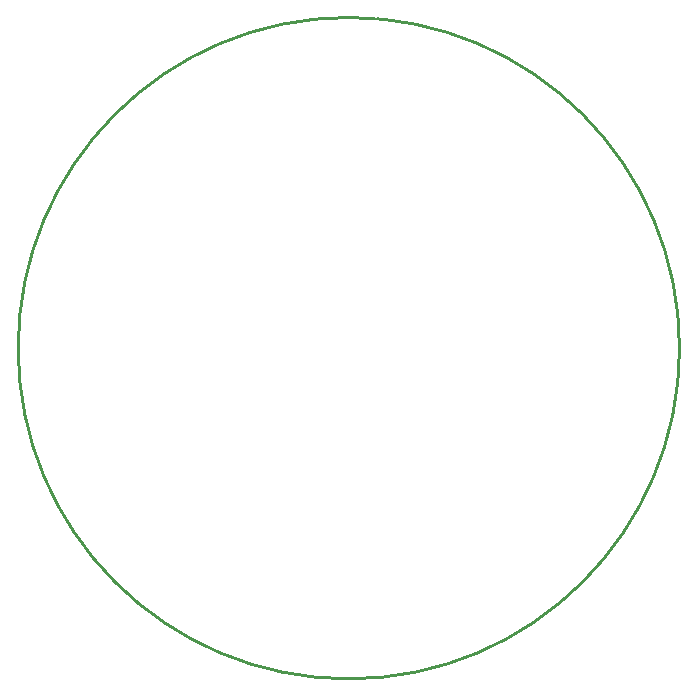
<source format=gm1>
%FSLAX25Y25*%
%MOIN*%
G70*
G01*
G75*
G04 Layer_Color=16711935*
%ADD10C,0.01000*%
%ADD11C,0.04000*%
%ADD12C,0.02000*%
%ADD13R,0.08661X0.03937*%
%ADD14R,0.08661X0.12992*%
G04:AMPARAMS|DCode=15|XSize=62.99mil|YSize=39.37mil|CornerRadius=9.84mil|HoleSize=0mil|Usage=FLASHONLY|Rotation=0.000|XOffset=0mil|YOffset=0mil|HoleType=Round|Shape=RoundedRectangle|*
%AMROUNDEDRECTD15*
21,1,0.06299,0.01969,0,0,0.0*
21,1,0.04331,0.03937,0,0,0.0*
1,1,0.01969,0.02165,-0.00984*
1,1,0.01969,-0.02165,-0.00984*
1,1,0.01969,-0.02165,0.00984*
1,1,0.01969,0.02165,0.00984*
%
%ADD15ROUNDEDRECTD15*%
G04:AMPARAMS|DCode=16|XSize=62.99mil|YSize=39.37mil|CornerRadius=9.84mil|HoleSize=0mil|Usage=FLASHONLY|Rotation=90.000|XOffset=0mil|YOffset=0mil|HoleType=Round|Shape=RoundedRectangle|*
%AMROUNDEDRECTD16*
21,1,0.06299,0.01969,0,0,90.0*
21,1,0.04331,0.03937,0,0,90.0*
1,1,0.01969,0.00984,0.02165*
1,1,0.01969,0.00984,-0.02165*
1,1,0.01969,-0.00984,-0.02165*
1,1,0.01969,-0.00984,0.02165*
%
%ADD16ROUNDEDRECTD16*%
%ADD17R,0.01378X0.04921*%
G04:AMPARAMS|DCode=18|XSize=47.24mil|YSize=59.06mil|CornerRadius=11.81mil|HoleSize=0mil|Usage=FLASHONLY|Rotation=0.000|XOffset=0mil|YOffset=0mil|HoleType=Round|Shape=RoundedRectangle|*
%AMROUNDEDRECTD18*
21,1,0.04724,0.03543,0,0,0.0*
21,1,0.02362,0.05906,0,0,0.0*
1,1,0.02362,0.01181,-0.01772*
1,1,0.02362,-0.01181,-0.01772*
1,1,0.02362,-0.01181,0.01772*
1,1,0.02362,0.01181,0.01772*
%
%ADD18ROUNDEDRECTD18*%
G04:AMPARAMS|DCode=19|XSize=47.24mil|YSize=59.06mil|CornerRadius=11.81mil|HoleSize=0mil|Usage=FLASHONLY|Rotation=270.000|XOffset=0mil|YOffset=0mil|HoleType=Round|Shape=RoundedRectangle|*
%AMROUNDEDRECTD19*
21,1,0.04724,0.03543,0,0,270.0*
21,1,0.02362,0.05906,0,0,270.0*
1,1,0.02362,-0.01772,-0.01181*
1,1,0.02362,-0.01772,0.01181*
1,1,0.02362,0.01772,0.01181*
1,1,0.02362,0.01772,-0.01181*
%
%ADD19ROUNDEDRECTD19*%
%ADD20O,0.06890X0.01772*%
%ADD21R,0.02362X0.01969*%
%ADD22R,0.04921X0.01378*%
%ADD23R,0.13780X0.04724*%
%ADD24R,0.04331X0.02559*%
%ADD25R,0.03937X0.08661*%
%ADD26R,0.12992X0.08661*%
%ADD27R,0.10236X0.06102*%
%ADD28R,0.04724X0.13780*%
%ADD29R,0.03937X0.01969*%
%ADD30C,0.11811*%
%ADD31C,0.00800*%
%ADD32C,0.23622*%
%ADD33C,0.05000*%
%ADD34R,0.05906X0.03150*%
%ADD35R,0.11811X0.08268*%
%ADD36R,0.07874X0.14764*%
%ADD37R,0.05118X0.02362*%
%ADD38R,0.12992X0.05512*%
%ADD39R,0.02559X0.04331*%
%ADD40R,0.07874X0.05906*%
%ADD41O,0.05000X0.02992*%
%ADD42R,0.03543X0.03740*%
%ADD43R,0.03543X0.03740*%
%ADD44O,0.07087X0.01181*%
%ADD45O,0.01181X0.07087*%
%ADD46O,0.08661X0.02362*%
%ADD47R,0.07480X0.13386*%
%ADD48R,0.13386X0.07480*%
%ADD49R,0.08268X0.11811*%
%ADD50R,0.03150X0.05906*%
%ADD51R,0.05512X0.03937*%
%ADD52R,0.03937X0.03347*%
%ADD53R,0.03937X0.05512*%
%ADD54R,0.01969X0.03937*%
%ADD55R,0.06299X0.13386*%
%ADD56R,0.13386X0.06299*%
%ADD57R,0.02362X0.05118*%
%ADD58O,0.09055X0.02362*%
%ADD59R,0.14764X0.07874*%
%ADD60C,0.00984*%
%ADD61C,0.00394*%
%ADD62C,0.02362*%
%ADD63C,0.00787*%
%ADD64R,0.09461X0.04737*%
%ADD65R,0.09461X0.13792*%
G04:AMPARAMS|DCode=66|XSize=70.99mil|YSize=47.37mil|CornerRadius=13.84mil|HoleSize=0mil|Usage=FLASHONLY|Rotation=0.000|XOffset=0mil|YOffset=0mil|HoleType=Round|Shape=RoundedRectangle|*
%AMROUNDEDRECTD66*
21,1,0.07099,0.01969,0,0,0.0*
21,1,0.04331,0.04737,0,0,0.0*
1,1,0.02769,0.02165,-0.00984*
1,1,0.02769,-0.02165,-0.00984*
1,1,0.02769,-0.02165,0.00984*
1,1,0.02769,0.02165,0.00984*
%
%ADD66ROUNDEDRECTD66*%
G04:AMPARAMS|DCode=67|XSize=70.99mil|YSize=47.37mil|CornerRadius=13.84mil|HoleSize=0mil|Usage=FLASHONLY|Rotation=90.000|XOffset=0mil|YOffset=0mil|HoleType=Round|Shape=RoundedRectangle|*
%AMROUNDEDRECTD67*
21,1,0.07099,0.01969,0,0,90.0*
21,1,0.04331,0.04737,0,0,90.0*
1,1,0.02769,0.00984,0.02165*
1,1,0.02769,0.00984,-0.02165*
1,1,0.02769,-0.00984,-0.02165*
1,1,0.02769,-0.00984,0.02165*
%
%ADD67ROUNDEDRECTD67*%
%ADD68R,0.02178X0.05721*%
G04:AMPARAMS|DCode=69|XSize=55.24mil|YSize=67.06mil|CornerRadius=15.81mil|HoleSize=0mil|Usage=FLASHONLY|Rotation=0.000|XOffset=0mil|YOffset=0mil|HoleType=Round|Shape=RoundedRectangle|*
%AMROUNDEDRECTD69*
21,1,0.05524,0.03543,0,0,0.0*
21,1,0.02362,0.06706,0,0,0.0*
1,1,0.03162,0.01181,-0.01772*
1,1,0.03162,-0.01181,-0.01772*
1,1,0.03162,-0.01181,0.01772*
1,1,0.03162,0.01181,0.01772*
%
%ADD69ROUNDEDRECTD69*%
G04:AMPARAMS|DCode=70|XSize=55.24mil|YSize=67.06mil|CornerRadius=15.81mil|HoleSize=0mil|Usage=FLASHONLY|Rotation=270.000|XOffset=0mil|YOffset=0mil|HoleType=Round|Shape=RoundedRectangle|*
%AMROUNDEDRECTD70*
21,1,0.05524,0.03543,0,0,270.0*
21,1,0.02362,0.06706,0,0,270.0*
1,1,0.03162,-0.01772,-0.01181*
1,1,0.03162,-0.01772,0.01181*
1,1,0.03162,0.01772,0.01181*
1,1,0.03162,0.01772,-0.01181*
%
%ADD70ROUNDEDRECTD70*%
%ADD71O,0.07690X0.02572*%
%ADD72R,0.03162X0.02769*%
%ADD73R,0.05721X0.02178*%
%ADD74R,0.14579X0.05524*%
%ADD75R,0.05131X0.03359*%
%ADD76R,0.04737X0.09461*%
%ADD77R,0.13792X0.09461*%
%ADD78R,0.11036X0.06902*%
%ADD79R,0.05524X0.14579*%
%ADD80R,0.04737X0.02769*%
%ADD81C,0.12611*%
%ADD82C,0.24422*%
%ADD83C,0.05800*%
%ADD84R,0.06706X0.03950*%
%ADD85R,0.12611X0.09068*%
%ADD86R,0.08674X0.15564*%
%ADD87R,0.05918X0.03162*%
%ADD88R,0.13792X0.06312*%
%ADD89R,0.03359X0.05131*%
%ADD90R,0.08674X0.06706*%
%ADD91O,0.05800X0.03792*%
%ADD92R,0.04343X0.04540*%
%ADD93R,0.04343X0.04540*%
%ADD94O,0.07887X0.01981*%
%ADD95O,0.01981X0.07887*%
%ADD96O,0.09461X0.03162*%
%ADD97R,0.08280X0.14186*%
%ADD98R,0.14186X0.08280*%
%ADD99R,0.09068X0.12611*%
%ADD100R,0.03950X0.06706*%
%ADD101R,0.06312X0.04737*%
%ADD102R,0.04737X0.04147*%
%ADD103R,0.04737X0.06312*%
%ADD104R,0.02769X0.04737*%
%ADD105R,0.07099X0.14186*%
%ADD106R,0.14186X0.07099*%
%ADD107R,0.03162X0.05918*%
%ADD108O,0.09855X0.03162*%
%ADD109R,0.15564X0.08674*%
%ADD110C,0.00984*%
%ADD111C,0.00500*%
D10*
X394236Y214500D02*
G03*
X394236Y214500I-110236J0D01*
G01*
M02*

</source>
